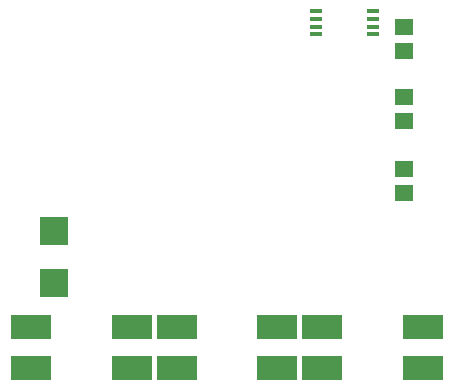
<source format=gtp>
G04 MADE WITH FRITZING*
G04 WWW.FRITZING.ORG*
G04 DOUBLE SIDED*
G04 HOLES PLATED*
G04 CONTOUR ON CENTER OF CONTOUR VECTOR*
%ASAXBY*%
%FSLAX23Y23*%
%MOIN*%
%OFA0B0*%
%SFA1.0B1.0*%
%ADD10R,0.040158X0.016142*%
%ADD11R,0.094488X0.094488*%
%ADD12R,0.059055X0.055118*%
%ADD13R,0.137795X0.078740*%
%ADD14R,0.001000X0.001000*%
%LNPASTEMASK1*%
G90*
G70*
G54D10*
X1034Y1335D03*
X1034Y1310D03*
X1034Y1284D03*
X1034Y1259D03*
X1223Y1259D03*
X1223Y1284D03*
X1223Y1310D03*
X1223Y1335D03*
G54D11*
X160Y603D03*
X160Y430D03*
G54D12*
X1326Y729D03*
X1326Y810D03*
X1326Y969D03*
X1326Y1050D03*
X1326Y1201D03*
X1326Y1282D03*
G54D13*
X1054Y284D03*
X1054Y146D03*
X1389Y146D03*
X1389Y284D03*
X420Y146D03*
X420Y284D03*
X85Y284D03*
X85Y146D03*
X570Y284D03*
X570Y146D03*
X904Y146D03*
X904Y284D03*
G54D14*
D02*
G04 End of PasteMask1*
M02*
</source>
